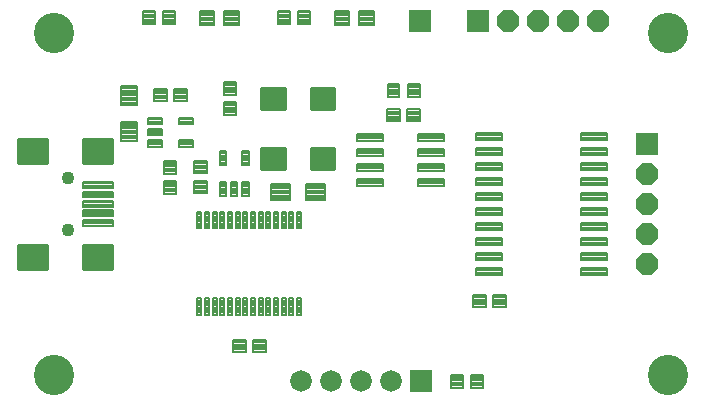
<source format=gts>
G75*
G70*
%OFA0B0*%
%FSLAX24Y24*%
%IPPOS*%
%LPD*%
%AMOC8*
5,1,8,0,0,1.08239X$1,22.5*
%
%ADD10R,0.0720X0.0720*%
%ADD11OC8,0.0720*%
%ADD12C,0.0081*%
%ADD13C,0.0080*%
%ADD14C,0.0087*%
%ADD15C,0.0434*%
%ADD16C,0.0080*%
%ADD17C,0.0082*%
%ADD18C,0.0720*%
%ADD19C,0.0083*%
%ADD20C,0.0082*%
%ADD21C,0.1340*%
D10*
X018205Y008312D03*
X025739Y016218D03*
X020111Y020320D03*
X018174Y020320D03*
D11*
X021111Y020320D03*
X022111Y020320D03*
X023111Y020320D03*
X024111Y020320D03*
X025739Y015218D03*
X025739Y014218D03*
X025739Y013218D03*
X025739Y012218D03*
D12*
X021039Y010790D02*
X020607Y010790D01*
X020607Y011184D01*
X021039Y011184D01*
X021039Y010790D01*
X021039Y010870D02*
X020607Y010870D01*
X020607Y010950D02*
X021039Y010950D01*
X021039Y011030D02*
X020607Y011030D01*
X020607Y011110D02*
X021039Y011110D01*
X020370Y010790D02*
X019938Y010790D01*
X019938Y011184D01*
X020370Y011184D01*
X020370Y010790D01*
X020370Y010870D02*
X019938Y010870D01*
X019938Y010950D02*
X020370Y010950D01*
X020370Y011030D02*
X019938Y011030D01*
X019938Y011110D02*
X020370Y011110D01*
X020280Y008096D02*
X019886Y008096D01*
X019886Y008528D01*
X020280Y008528D01*
X020280Y008096D01*
X020280Y008176D02*
X019886Y008176D01*
X019886Y008256D02*
X020280Y008256D01*
X020280Y008336D02*
X019886Y008336D01*
X019886Y008416D02*
X020280Y008416D01*
X020280Y008496D02*
X019886Y008496D01*
X019611Y008096D02*
X019217Y008096D01*
X019217Y008528D01*
X019611Y008528D01*
X019611Y008096D01*
X019611Y008176D02*
X019217Y008176D01*
X019217Y008256D02*
X019611Y008256D01*
X019611Y008336D02*
X019217Y008336D01*
X019217Y008416D02*
X019611Y008416D01*
X019611Y008496D02*
X019217Y008496D01*
X013036Y009290D02*
X012604Y009290D01*
X012604Y009684D01*
X013036Y009684D01*
X013036Y009290D01*
X013036Y009370D02*
X012604Y009370D01*
X012604Y009450D02*
X013036Y009450D01*
X013036Y009530D02*
X012604Y009530D01*
X012604Y009610D02*
X013036Y009610D01*
X012366Y009290D02*
X011934Y009290D01*
X011934Y009684D01*
X012366Y009684D01*
X012366Y009290D01*
X012366Y009370D02*
X011934Y009370D01*
X011934Y009450D02*
X012366Y009450D01*
X012366Y009530D02*
X011934Y009530D01*
X011934Y009610D02*
X012366Y009610D01*
X011076Y014581D02*
X011076Y014975D01*
X011076Y014581D02*
X010644Y014581D01*
X010644Y014975D01*
X011076Y014975D01*
X011076Y014661D02*
X010644Y014661D01*
X010644Y014741D02*
X011076Y014741D01*
X011076Y014821D02*
X010644Y014821D01*
X010644Y014901D02*
X011076Y014901D01*
X011076Y015250D02*
X011076Y015644D01*
X011076Y015250D02*
X010644Y015250D01*
X010644Y015644D01*
X011076Y015644D01*
X011076Y015330D02*
X010644Y015330D01*
X010644Y015410D02*
X011076Y015410D01*
X011076Y015490D02*
X010644Y015490D01*
X010644Y015570D02*
X011076Y015570D01*
X010057Y015663D02*
X010057Y015231D01*
X009663Y015231D01*
X009663Y015663D01*
X010057Y015663D01*
X010057Y015311D02*
X009663Y015311D01*
X009663Y015391D02*
X010057Y015391D01*
X010057Y015471D02*
X009663Y015471D01*
X009663Y015551D02*
X010057Y015551D01*
X010057Y015631D02*
X009663Y015631D01*
X010057Y014994D02*
X010057Y014562D01*
X009663Y014562D01*
X009663Y014994D01*
X010057Y014994D01*
X010057Y014642D02*
X009663Y014642D01*
X009663Y014722D02*
X010057Y014722D01*
X010057Y014802D02*
X009663Y014802D01*
X009663Y014882D02*
X010057Y014882D01*
X010057Y014962D02*
X009663Y014962D01*
X012057Y017187D02*
X012057Y017619D01*
X012057Y017187D02*
X011663Y017187D01*
X011663Y017619D01*
X012057Y017619D01*
X012057Y017267D02*
X011663Y017267D01*
X011663Y017347D02*
X012057Y017347D01*
X012057Y017427D02*
X011663Y017427D01*
X011663Y017507D02*
X012057Y017507D01*
X012057Y017587D02*
X011663Y017587D01*
X012057Y017856D02*
X012057Y018288D01*
X012057Y017856D02*
X011663Y017856D01*
X011663Y018288D01*
X012057Y018288D01*
X012057Y017936D02*
X011663Y017936D01*
X011663Y018016D02*
X012057Y018016D01*
X012057Y018096D02*
X011663Y018096D01*
X011663Y018176D02*
X012057Y018176D01*
X012057Y018256D02*
X011663Y018256D01*
X010411Y018059D02*
X009979Y018059D01*
X010411Y018059D02*
X010411Y017665D01*
X009979Y017665D01*
X009979Y018059D01*
X009979Y017745D02*
X010411Y017745D01*
X010411Y017825D02*
X009979Y017825D01*
X009979Y017905D02*
X010411Y017905D01*
X010411Y017985D02*
X009979Y017985D01*
X009741Y018059D02*
X009309Y018059D01*
X009741Y018059D02*
X009741Y017665D01*
X009309Y017665D01*
X009309Y018059D01*
X009309Y017745D02*
X009741Y017745D01*
X009741Y017825D02*
X009309Y017825D01*
X009309Y017905D02*
X009741Y017905D01*
X009741Y017985D02*
X009309Y017985D01*
X009347Y020202D02*
X008953Y020202D01*
X008953Y020634D01*
X009347Y020634D01*
X009347Y020202D01*
X009347Y020282D02*
X008953Y020282D01*
X008953Y020362D02*
X009347Y020362D01*
X009347Y020442D02*
X008953Y020442D01*
X008953Y020522D02*
X009347Y020522D01*
X009347Y020602D02*
X008953Y020602D01*
X009623Y020202D02*
X010017Y020202D01*
X009623Y020202D02*
X009623Y020634D01*
X010017Y020634D01*
X010017Y020202D01*
X010017Y020282D02*
X009623Y020282D01*
X009623Y020362D02*
X010017Y020362D01*
X010017Y020442D02*
X009623Y020442D01*
X009623Y020522D02*
X010017Y020522D01*
X010017Y020602D02*
X009623Y020602D01*
X013453Y020202D02*
X013847Y020202D01*
X013453Y020202D02*
X013453Y020634D01*
X013847Y020634D01*
X013847Y020202D01*
X013847Y020282D02*
X013453Y020282D01*
X013453Y020362D02*
X013847Y020362D01*
X013847Y020442D02*
X013453Y020442D01*
X013453Y020522D02*
X013847Y020522D01*
X013847Y020602D02*
X013453Y020602D01*
X014123Y020202D02*
X014517Y020202D01*
X014123Y020202D02*
X014123Y020634D01*
X014517Y020634D01*
X014517Y020202D01*
X014517Y020282D02*
X014123Y020282D01*
X014123Y020362D02*
X014517Y020362D01*
X014517Y020442D02*
X014123Y020442D01*
X014123Y020522D02*
X014517Y020522D01*
X014517Y020602D02*
X014123Y020602D01*
X017101Y017791D02*
X017495Y017791D01*
X017101Y017791D02*
X017101Y018223D01*
X017495Y018223D01*
X017495Y017791D01*
X017495Y017871D02*
X017101Y017871D01*
X017101Y017951D02*
X017495Y017951D01*
X017495Y018031D02*
X017101Y018031D01*
X017101Y018111D02*
X017495Y018111D01*
X017495Y018191D02*
X017101Y018191D01*
X017770Y017791D02*
X018164Y017791D01*
X017770Y017791D02*
X017770Y018223D01*
X018164Y018223D01*
X018164Y017791D01*
X018164Y017871D02*
X017770Y017871D01*
X017770Y017951D02*
X018164Y017951D01*
X018164Y018031D02*
X017770Y018031D01*
X017770Y018111D02*
X018164Y018111D01*
X018164Y018191D02*
X017770Y018191D01*
X017751Y017367D02*
X018183Y017367D01*
X018183Y016973D01*
X017751Y016973D01*
X017751Y017367D01*
X017751Y017053D02*
X018183Y017053D01*
X018183Y017133D02*
X017751Y017133D01*
X017751Y017213D02*
X018183Y017213D01*
X018183Y017293D02*
X017751Y017293D01*
X017514Y017367D02*
X017082Y017367D01*
X017514Y017367D02*
X017514Y016973D01*
X017082Y016973D01*
X017082Y017367D01*
X017082Y017053D02*
X017514Y017053D01*
X017514Y017133D02*
X017082Y017133D01*
X017082Y017213D02*
X017514Y017213D01*
X017514Y017293D02*
X017082Y017293D01*
D13*
X014216Y013952D02*
X014080Y013952D01*
X014216Y013952D02*
X014216Y013402D01*
X014080Y013402D01*
X014080Y013952D01*
X014080Y013481D02*
X014216Y013481D01*
X014216Y013560D02*
X014080Y013560D01*
X014080Y013639D02*
X014216Y013639D01*
X014216Y013718D02*
X014080Y013718D01*
X014080Y013797D02*
X014216Y013797D01*
X014216Y013876D02*
X014080Y013876D01*
X013960Y013952D02*
X013824Y013952D01*
X013960Y013952D02*
X013960Y013402D01*
X013824Y013402D01*
X013824Y013952D01*
X013824Y013481D02*
X013960Y013481D01*
X013960Y013560D02*
X013824Y013560D01*
X013824Y013639D02*
X013960Y013639D01*
X013960Y013718D02*
X013824Y013718D01*
X013824Y013797D02*
X013960Y013797D01*
X013960Y013876D02*
X013824Y013876D01*
X013704Y013952D02*
X013568Y013952D01*
X013704Y013952D02*
X013704Y013402D01*
X013568Y013402D01*
X013568Y013952D01*
X013568Y013481D02*
X013704Y013481D01*
X013704Y013560D02*
X013568Y013560D01*
X013568Y013639D02*
X013704Y013639D01*
X013704Y013718D02*
X013568Y013718D01*
X013568Y013797D02*
X013704Y013797D01*
X013704Y013876D02*
X013568Y013876D01*
X013449Y013952D02*
X013313Y013952D01*
X013449Y013952D02*
X013449Y013402D01*
X013313Y013402D01*
X013313Y013952D01*
X013313Y013481D02*
X013449Y013481D01*
X013449Y013560D02*
X013313Y013560D01*
X013313Y013639D02*
X013449Y013639D01*
X013449Y013718D02*
X013313Y013718D01*
X013313Y013797D02*
X013449Y013797D01*
X013449Y013876D02*
X013313Y013876D01*
X013193Y013952D02*
X013057Y013952D01*
X013193Y013952D02*
X013193Y013402D01*
X013057Y013402D01*
X013057Y013952D01*
X013057Y013481D02*
X013193Y013481D01*
X013193Y013560D02*
X013057Y013560D01*
X013057Y013639D02*
X013193Y013639D01*
X013193Y013718D02*
X013057Y013718D01*
X013057Y013797D02*
X013193Y013797D01*
X013193Y013876D02*
X013057Y013876D01*
X012937Y013952D02*
X012801Y013952D01*
X012937Y013952D02*
X012937Y013402D01*
X012801Y013402D01*
X012801Y013952D01*
X012801Y013481D02*
X012937Y013481D01*
X012937Y013560D02*
X012801Y013560D01*
X012801Y013639D02*
X012937Y013639D01*
X012937Y013718D02*
X012801Y013718D01*
X012801Y013797D02*
X012937Y013797D01*
X012937Y013876D02*
X012801Y013876D01*
X012681Y013952D02*
X012545Y013952D01*
X012681Y013952D02*
X012681Y013402D01*
X012545Y013402D01*
X012545Y013952D01*
X012545Y013481D02*
X012681Y013481D01*
X012681Y013560D02*
X012545Y013560D01*
X012545Y013639D02*
X012681Y013639D01*
X012681Y013718D02*
X012545Y013718D01*
X012545Y013797D02*
X012681Y013797D01*
X012681Y013876D02*
X012545Y013876D01*
X012425Y013952D02*
X012289Y013952D01*
X012425Y013952D02*
X012425Y013402D01*
X012289Y013402D01*
X012289Y013952D01*
X012289Y013481D02*
X012425Y013481D01*
X012425Y013560D02*
X012289Y013560D01*
X012289Y013639D02*
X012425Y013639D01*
X012425Y013718D02*
X012289Y013718D01*
X012289Y013797D02*
X012425Y013797D01*
X012425Y013876D02*
X012289Y013876D01*
X012169Y013952D02*
X012033Y013952D01*
X012169Y013952D02*
X012169Y013402D01*
X012033Y013402D01*
X012033Y013952D01*
X012033Y013481D02*
X012169Y013481D01*
X012169Y013560D02*
X012033Y013560D01*
X012033Y013639D02*
X012169Y013639D01*
X012169Y013718D02*
X012033Y013718D01*
X012033Y013797D02*
X012169Y013797D01*
X012169Y013876D02*
X012033Y013876D01*
X011913Y013952D02*
X011777Y013952D01*
X011913Y013952D02*
X011913Y013402D01*
X011777Y013402D01*
X011777Y013952D01*
X011777Y013481D02*
X011913Y013481D01*
X011913Y013560D02*
X011777Y013560D01*
X011777Y013639D02*
X011913Y013639D01*
X011913Y013718D02*
X011777Y013718D01*
X011777Y013797D02*
X011913Y013797D01*
X011913Y013876D02*
X011777Y013876D01*
X011657Y013952D02*
X011521Y013952D01*
X011657Y013952D02*
X011657Y013402D01*
X011521Y013402D01*
X011521Y013952D01*
X011521Y013481D02*
X011657Y013481D01*
X011657Y013560D02*
X011521Y013560D01*
X011521Y013639D02*
X011657Y013639D01*
X011657Y013718D02*
X011521Y013718D01*
X011521Y013797D02*
X011657Y013797D01*
X011657Y013876D02*
X011521Y013876D01*
X011401Y013952D02*
X011265Y013952D01*
X011401Y013952D02*
X011401Y013402D01*
X011265Y013402D01*
X011265Y013952D01*
X011265Y013481D02*
X011401Y013481D01*
X011401Y013560D02*
X011265Y013560D01*
X011265Y013639D02*
X011401Y013639D01*
X011401Y013718D02*
X011265Y013718D01*
X011265Y013797D02*
X011401Y013797D01*
X011401Y013876D02*
X011265Y013876D01*
X011145Y013952D02*
X011009Y013952D01*
X011145Y013952D02*
X011145Y013402D01*
X011009Y013402D01*
X011009Y013952D01*
X011009Y013481D02*
X011145Y013481D01*
X011145Y013560D02*
X011009Y013560D01*
X011009Y013639D02*
X011145Y013639D01*
X011145Y013718D02*
X011009Y013718D01*
X011009Y013797D02*
X011145Y013797D01*
X011145Y013876D02*
X011009Y013876D01*
X010889Y013952D02*
X010753Y013952D01*
X010889Y013952D02*
X010889Y013402D01*
X010753Y013402D01*
X010753Y013952D01*
X010753Y013481D02*
X010889Y013481D01*
X010889Y013560D02*
X010753Y013560D01*
X010753Y013639D02*
X010889Y013639D01*
X010889Y013718D02*
X010753Y013718D01*
X010753Y013797D02*
X010889Y013797D01*
X010889Y013876D02*
X010753Y013876D01*
X007930Y013805D02*
X006946Y013805D01*
X006946Y014001D01*
X007930Y014001D01*
X007930Y013805D01*
X007930Y013884D02*
X006946Y013884D01*
X006946Y013963D02*
X007930Y013963D01*
X007930Y014120D02*
X006946Y014120D01*
X006946Y014316D01*
X007930Y014316D01*
X007930Y014120D01*
X007930Y014199D02*
X006946Y014199D01*
X006946Y014278D02*
X007930Y014278D01*
X007930Y014435D02*
X006946Y014435D01*
X006946Y014631D01*
X007930Y014631D01*
X007930Y014435D01*
X007930Y014514D02*
X006946Y014514D01*
X006946Y014593D02*
X007930Y014593D01*
X007930Y014750D02*
X006946Y014750D01*
X006946Y014946D01*
X007930Y014946D01*
X007930Y014750D01*
X007930Y014829D02*
X006946Y014829D01*
X006946Y014908D02*
X007930Y014908D01*
X007930Y013490D02*
X006946Y013490D01*
X006946Y013686D01*
X007930Y013686D01*
X007930Y013490D01*
X007930Y013569D02*
X006946Y013569D01*
X006946Y013648D02*
X007930Y013648D01*
X010753Y011073D02*
X010889Y011073D01*
X010889Y010523D01*
X010753Y010523D01*
X010753Y011073D01*
X010753Y010602D02*
X010889Y010602D01*
X010889Y010681D02*
X010753Y010681D01*
X010753Y010760D02*
X010889Y010760D01*
X010889Y010839D02*
X010753Y010839D01*
X010753Y010918D02*
X010889Y010918D01*
X010889Y010997D02*
X010753Y010997D01*
X011009Y011073D02*
X011145Y011073D01*
X011145Y010523D01*
X011009Y010523D01*
X011009Y011073D01*
X011009Y010602D02*
X011145Y010602D01*
X011145Y010681D02*
X011009Y010681D01*
X011009Y010760D02*
X011145Y010760D01*
X011145Y010839D02*
X011009Y010839D01*
X011009Y010918D02*
X011145Y010918D01*
X011145Y010997D02*
X011009Y010997D01*
X011265Y011073D02*
X011401Y011073D01*
X011401Y010523D01*
X011265Y010523D01*
X011265Y011073D01*
X011265Y010602D02*
X011401Y010602D01*
X011401Y010681D02*
X011265Y010681D01*
X011265Y010760D02*
X011401Y010760D01*
X011401Y010839D02*
X011265Y010839D01*
X011265Y010918D02*
X011401Y010918D01*
X011401Y010997D02*
X011265Y010997D01*
X011521Y011073D02*
X011657Y011073D01*
X011657Y010523D01*
X011521Y010523D01*
X011521Y011073D01*
X011521Y010602D02*
X011657Y010602D01*
X011657Y010681D02*
X011521Y010681D01*
X011521Y010760D02*
X011657Y010760D01*
X011657Y010839D02*
X011521Y010839D01*
X011521Y010918D02*
X011657Y010918D01*
X011657Y010997D02*
X011521Y010997D01*
X011777Y011073D02*
X011913Y011073D01*
X011913Y010523D01*
X011777Y010523D01*
X011777Y011073D01*
X011777Y010602D02*
X011913Y010602D01*
X011913Y010681D02*
X011777Y010681D01*
X011777Y010760D02*
X011913Y010760D01*
X011913Y010839D02*
X011777Y010839D01*
X011777Y010918D02*
X011913Y010918D01*
X011913Y010997D02*
X011777Y010997D01*
X012033Y011073D02*
X012169Y011073D01*
X012169Y010523D01*
X012033Y010523D01*
X012033Y011073D01*
X012033Y010602D02*
X012169Y010602D01*
X012169Y010681D02*
X012033Y010681D01*
X012033Y010760D02*
X012169Y010760D01*
X012169Y010839D02*
X012033Y010839D01*
X012033Y010918D02*
X012169Y010918D01*
X012169Y010997D02*
X012033Y010997D01*
X012289Y011073D02*
X012425Y011073D01*
X012425Y010523D01*
X012289Y010523D01*
X012289Y011073D01*
X012289Y010602D02*
X012425Y010602D01*
X012425Y010681D02*
X012289Y010681D01*
X012289Y010760D02*
X012425Y010760D01*
X012425Y010839D02*
X012289Y010839D01*
X012289Y010918D02*
X012425Y010918D01*
X012425Y010997D02*
X012289Y010997D01*
X012545Y011073D02*
X012681Y011073D01*
X012681Y010523D01*
X012545Y010523D01*
X012545Y011073D01*
X012545Y010602D02*
X012681Y010602D01*
X012681Y010681D02*
X012545Y010681D01*
X012545Y010760D02*
X012681Y010760D01*
X012681Y010839D02*
X012545Y010839D01*
X012545Y010918D02*
X012681Y010918D01*
X012681Y010997D02*
X012545Y010997D01*
X012801Y011073D02*
X012937Y011073D01*
X012937Y010523D01*
X012801Y010523D01*
X012801Y011073D01*
X012801Y010602D02*
X012937Y010602D01*
X012937Y010681D02*
X012801Y010681D01*
X012801Y010760D02*
X012937Y010760D01*
X012937Y010839D02*
X012801Y010839D01*
X012801Y010918D02*
X012937Y010918D01*
X012937Y010997D02*
X012801Y010997D01*
X013057Y011073D02*
X013193Y011073D01*
X013193Y010523D01*
X013057Y010523D01*
X013057Y011073D01*
X013057Y010602D02*
X013193Y010602D01*
X013193Y010681D02*
X013057Y010681D01*
X013057Y010760D02*
X013193Y010760D01*
X013193Y010839D02*
X013057Y010839D01*
X013057Y010918D02*
X013193Y010918D01*
X013193Y010997D02*
X013057Y010997D01*
X013313Y011073D02*
X013449Y011073D01*
X013449Y010523D01*
X013313Y010523D01*
X013313Y011073D01*
X013313Y010602D02*
X013449Y010602D01*
X013449Y010681D02*
X013313Y010681D01*
X013313Y010760D02*
X013449Y010760D01*
X013449Y010839D02*
X013313Y010839D01*
X013313Y010918D02*
X013449Y010918D01*
X013449Y010997D02*
X013313Y010997D01*
X013568Y011073D02*
X013704Y011073D01*
X013704Y010523D01*
X013568Y010523D01*
X013568Y011073D01*
X013568Y010602D02*
X013704Y010602D01*
X013704Y010681D02*
X013568Y010681D01*
X013568Y010760D02*
X013704Y010760D01*
X013704Y010839D02*
X013568Y010839D01*
X013568Y010918D02*
X013704Y010918D01*
X013704Y010997D02*
X013568Y010997D01*
X013824Y011073D02*
X013960Y011073D01*
X013960Y010523D01*
X013824Y010523D01*
X013824Y011073D01*
X013824Y010602D02*
X013960Y010602D01*
X013960Y010681D02*
X013824Y010681D01*
X013824Y010760D02*
X013960Y010760D01*
X013960Y010839D02*
X013824Y010839D01*
X013824Y010918D02*
X013960Y010918D01*
X013960Y010997D02*
X013824Y010997D01*
X014080Y011073D02*
X014216Y011073D01*
X014216Y010523D01*
X014080Y010523D01*
X014080Y011073D01*
X014080Y010602D02*
X014216Y010602D01*
X014216Y010681D02*
X014080Y010681D01*
X014080Y010760D02*
X014216Y010760D01*
X014216Y010839D02*
X014080Y010839D01*
X014080Y010918D02*
X014216Y010918D01*
X014216Y010997D02*
X014080Y010997D01*
D14*
X012893Y015386D02*
X012893Y016088D01*
X013673Y016088D01*
X013673Y015386D01*
X012893Y015386D01*
X012893Y015472D02*
X013673Y015472D01*
X013673Y015558D02*
X012893Y015558D01*
X012893Y015644D02*
X013673Y015644D01*
X013673Y015730D02*
X012893Y015730D01*
X012893Y015816D02*
X013673Y015816D01*
X013673Y015902D02*
X012893Y015902D01*
X012893Y015988D02*
X013673Y015988D01*
X013673Y016074D02*
X012893Y016074D01*
X012893Y017386D02*
X012893Y018088D01*
X013673Y018088D01*
X013673Y017386D01*
X012893Y017386D01*
X012893Y017472D02*
X013673Y017472D01*
X013673Y017558D02*
X012893Y017558D01*
X012893Y017644D02*
X013673Y017644D01*
X013673Y017730D02*
X012893Y017730D01*
X012893Y017816D02*
X013673Y017816D01*
X013673Y017902D02*
X012893Y017902D01*
X012893Y017988D02*
X013673Y017988D01*
X013673Y018074D02*
X012893Y018074D01*
X014547Y018088D02*
X014547Y017386D01*
X014547Y018088D02*
X015327Y018088D01*
X015327Y017386D01*
X014547Y017386D01*
X014547Y017472D02*
X015327Y017472D01*
X015327Y017558D02*
X014547Y017558D01*
X014547Y017644D02*
X015327Y017644D01*
X015327Y017730D02*
X014547Y017730D01*
X014547Y017816D02*
X015327Y017816D01*
X015327Y017902D02*
X014547Y017902D01*
X014547Y017988D02*
X015327Y017988D01*
X015327Y018074D02*
X014547Y018074D01*
X014547Y016088D02*
X014547Y015386D01*
X014547Y016088D02*
X015327Y016088D01*
X015327Y015386D01*
X014547Y015386D01*
X014547Y015472D02*
X015327Y015472D01*
X015327Y015558D02*
X014547Y015558D01*
X014547Y015644D02*
X015327Y015644D01*
X015327Y015730D02*
X014547Y015730D01*
X014547Y015816D02*
X015327Y015816D01*
X015327Y015902D02*
X014547Y015902D01*
X014547Y015988D02*
X015327Y015988D01*
X015327Y016074D02*
X014547Y016074D01*
X007927Y015599D02*
X006949Y015599D01*
X006949Y016379D01*
X007927Y016379D01*
X007927Y015599D01*
X007927Y015685D02*
X006949Y015685D01*
X006949Y015771D02*
X007927Y015771D01*
X007927Y015857D02*
X006949Y015857D01*
X006949Y015943D02*
X007927Y015943D01*
X007927Y016029D02*
X006949Y016029D01*
X006949Y016115D02*
X007927Y016115D01*
X007927Y016201D02*
X006949Y016201D01*
X006949Y016287D02*
X007927Y016287D01*
X007927Y016373D02*
X006949Y016373D01*
X005761Y015599D02*
X004783Y015599D01*
X004783Y016379D01*
X005761Y016379D01*
X005761Y015599D01*
X005761Y015685D02*
X004783Y015685D01*
X004783Y015771D02*
X005761Y015771D01*
X005761Y015857D02*
X004783Y015857D01*
X004783Y015943D02*
X005761Y015943D01*
X005761Y016029D02*
X004783Y016029D01*
X004783Y016115D02*
X005761Y016115D01*
X005761Y016201D02*
X004783Y016201D01*
X004783Y016287D02*
X005761Y016287D01*
X005761Y016373D02*
X004783Y016373D01*
X004783Y012056D02*
X005761Y012056D01*
X004783Y012056D02*
X004783Y012836D01*
X005761Y012836D01*
X005761Y012056D01*
X005761Y012142D02*
X004783Y012142D01*
X004783Y012228D02*
X005761Y012228D01*
X005761Y012314D02*
X004783Y012314D01*
X004783Y012400D02*
X005761Y012400D01*
X005761Y012486D02*
X004783Y012486D01*
X004783Y012572D02*
X005761Y012572D01*
X005761Y012658D02*
X004783Y012658D01*
X004783Y012744D02*
X005761Y012744D01*
X005761Y012830D02*
X004783Y012830D01*
X006949Y012056D02*
X007927Y012056D01*
X006949Y012056D02*
X006949Y012836D01*
X007927Y012836D01*
X007927Y012056D01*
X007927Y012142D02*
X006949Y012142D01*
X006949Y012228D02*
X007927Y012228D01*
X007927Y012314D02*
X006949Y012314D01*
X006949Y012400D02*
X007927Y012400D01*
X007927Y012486D02*
X006949Y012486D01*
X006949Y012572D02*
X007927Y012572D01*
X007927Y012658D02*
X006949Y012658D01*
X006949Y012744D02*
X007927Y012744D01*
X007927Y012830D02*
X006949Y012830D01*
D15*
X006453Y013351D03*
X006453Y015084D03*
D16*
X009112Y016130D02*
X009112Y016346D01*
X009584Y016346D01*
X009584Y016130D01*
X009112Y016130D01*
X009112Y016209D02*
X009584Y016209D01*
X009584Y016288D02*
X009112Y016288D01*
X009112Y016504D02*
X009112Y016720D01*
X009584Y016720D01*
X009584Y016504D01*
X009112Y016504D01*
X009112Y016583D02*
X009584Y016583D01*
X009584Y016662D02*
X009112Y016662D01*
X009112Y016878D02*
X009112Y017094D01*
X009584Y017094D01*
X009584Y016878D01*
X009112Y016878D01*
X009112Y016957D02*
X009584Y016957D01*
X009584Y017036D02*
X009112Y017036D01*
X010136Y017094D02*
X010136Y016878D01*
X010136Y017094D02*
X010608Y017094D01*
X010608Y016878D01*
X010136Y016878D01*
X010136Y016957D02*
X010608Y016957D01*
X010608Y017036D02*
X010136Y017036D01*
X010136Y016346D02*
X010136Y016130D01*
X010136Y016346D02*
X010608Y016346D01*
X010608Y016130D01*
X010136Y016130D01*
X010136Y016209D02*
X010608Y016209D01*
X010608Y016288D02*
X010136Y016288D01*
X011503Y015513D02*
X011719Y015513D01*
X011503Y015513D02*
X011503Y015985D01*
X011719Y015985D01*
X011719Y015513D01*
X011719Y015592D02*
X011503Y015592D01*
X011503Y015671D02*
X011719Y015671D01*
X011719Y015750D02*
X011503Y015750D01*
X011503Y015829D02*
X011719Y015829D01*
X011719Y015908D02*
X011503Y015908D01*
X012251Y015513D02*
X012467Y015513D01*
X012251Y015513D02*
X012251Y015985D01*
X012467Y015985D01*
X012467Y015513D01*
X012467Y015592D02*
X012251Y015592D01*
X012251Y015671D02*
X012467Y015671D01*
X012467Y015750D02*
X012251Y015750D01*
X012251Y015829D02*
X012467Y015829D01*
X012467Y015908D02*
X012251Y015908D01*
X012251Y014490D02*
X012467Y014490D01*
X012251Y014490D02*
X012251Y014962D01*
X012467Y014962D01*
X012467Y014490D01*
X012467Y014569D02*
X012251Y014569D01*
X012251Y014648D02*
X012467Y014648D01*
X012467Y014727D02*
X012251Y014727D01*
X012251Y014806D02*
X012467Y014806D01*
X012467Y014885D02*
X012251Y014885D01*
X012093Y014490D02*
X011877Y014490D01*
X011877Y014962D01*
X012093Y014962D01*
X012093Y014490D01*
X012093Y014569D02*
X011877Y014569D01*
X011877Y014648D02*
X012093Y014648D01*
X012093Y014727D02*
X011877Y014727D01*
X011877Y014806D02*
X012093Y014806D01*
X012093Y014885D02*
X011877Y014885D01*
X011719Y014490D02*
X011503Y014490D01*
X011503Y014962D01*
X011719Y014962D01*
X011719Y014490D01*
X011719Y014569D02*
X011503Y014569D01*
X011503Y014648D02*
X011719Y014648D01*
X011719Y014727D02*
X011503Y014727D01*
X011503Y014806D02*
X011719Y014806D01*
X011719Y014885D02*
X011503Y014885D01*
D17*
X013205Y014338D02*
X013833Y014338D01*
X013205Y014338D02*
X013205Y014886D01*
X013833Y014886D01*
X013833Y014338D01*
X013833Y014419D02*
X013205Y014419D01*
X013205Y014500D02*
X013833Y014500D01*
X013833Y014581D02*
X013205Y014581D01*
X013205Y014662D02*
X013833Y014662D01*
X013833Y014743D02*
X013205Y014743D01*
X013205Y014824D02*
X013833Y014824D01*
X014386Y014886D02*
X015014Y014886D01*
X015014Y014338D01*
X014386Y014338D01*
X014386Y014886D01*
X014386Y014419D02*
X015014Y014419D01*
X015014Y014500D02*
X014386Y014500D01*
X014386Y014581D02*
X015014Y014581D01*
X015014Y014662D02*
X014386Y014662D01*
X014386Y014743D02*
X015014Y014743D01*
X015014Y014824D02*
X014386Y014824D01*
X008759Y016333D02*
X008759Y016961D01*
X008759Y016333D02*
X008211Y016333D01*
X008211Y016961D01*
X008759Y016961D01*
X008759Y016414D02*
X008211Y016414D01*
X008211Y016495D02*
X008759Y016495D01*
X008759Y016576D02*
X008211Y016576D01*
X008211Y016657D02*
X008759Y016657D01*
X008759Y016738D02*
X008211Y016738D01*
X008211Y016819D02*
X008759Y016819D01*
X008759Y016900D02*
X008211Y016900D01*
X008211Y017514D02*
X008211Y018142D01*
X008759Y018142D01*
X008759Y017514D01*
X008211Y017514D01*
X008211Y017595D02*
X008759Y017595D01*
X008759Y017676D02*
X008211Y017676D01*
X008211Y017757D02*
X008759Y017757D01*
X008759Y017838D02*
X008211Y017838D01*
X008211Y017919D02*
X008759Y017919D01*
X008759Y018000D02*
X008211Y018000D01*
X008211Y018081D02*
X008759Y018081D01*
D18*
X014205Y008312D03*
X015205Y008312D03*
X016205Y008312D03*
X017205Y008312D03*
D19*
X016163Y020183D02*
X016163Y020653D01*
X016633Y020653D01*
X016633Y020183D01*
X016163Y020183D01*
X016163Y020265D02*
X016633Y020265D01*
X016633Y020347D02*
X016163Y020347D01*
X016163Y020429D02*
X016633Y020429D01*
X016633Y020511D02*
X016163Y020511D01*
X016163Y020593D02*
X016633Y020593D01*
X015336Y020653D02*
X015336Y020183D01*
X015336Y020653D02*
X015806Y020653D01*
X015806Y020183D01*
X015336Y020183D01*
X015336Y020265D02*
X015806Y020265D01*
X015806Y020347D02*
X015336Y020347D01*
X015336Y020429D02*
X015806Y020429D01*
X015806Y020511D02*
X015336Y020511D01*
X015336Y020593D02*
X015806Y020593D01*
X011663Y020653D02*
X011663Y020183D01*
X011663Y020653D02*
X012133Y020653D01*
X012133Y020183D01*
X011663Y020183D01*
X011663Y020265D02*
X012133Y020265D01*
X012133Y020347D02*
X011663Y020347D01*
X011663Y020429D02*
X012133Y020429D01*
X012133Y020511D02*
X011663Y020511D01*
X011663Y020593D02*
X012133Y020593D01*
X010836Y020653D02*
X010836Y020183D01*
X010836Y020653D02*
X011306Y020653D01*
X011306Y020183D01*
X010836Y020183D01*
X010836Y020265D02*
X011306Y020265D01*
X011306Y020347D02*
X010836Y020347D01*
X010836Y020429D02*
X011306Y020429D01*
X011306Y020511D02*
X010836Y020511D01*
X010836Y020593D02*
X011306Y020593D01*
D20*
X016078Y016561D02*
X016078Y016327D01*
X016078Y016561D02*
X016942Y016561D01*
X016942Y016327D01*
X016078Y016327D01*
X016078Y016408D02*
X016942Y016408D01*
X016942Y016489D02*
X016078Y016489D01*
X016078Y016061D02*
X016078Y015827D01*
X016078Y016061D02*
X016942Y016061D01*
X016942Y015827D01*
X016078Y015827D01*
X016078Y015908D02*
X016942Y015908D01*
X016942Y015989D02*
X016078Y015989D01*
X016078Y015561D02*
X016078Y015327D01*
X016078Y015561D02*
X016942Y015561D01*
X016942Y015327D01*
X016078Y015327D01*
X016078Y015408D02*
X016942Y015408D01*
X016942Y015489D02*
X016078Y015489D01*
X016078Y015061D02*
X016078Y014827D01*
X016078Y015061D02*
X016942Y015061D01*
X016942Y014827D01*
X016078Y014827D01*
X016078Y014908D02*
X016942Y014908D01*
X016942Y014989D02*
X016078Y014989D01*
X018126Y015061D02*
X018126Y014827D01*
X018126Y015061D02*
X018990Y015061D01*
X018990Y014827D01*
X018126Y014827D01*
X018126Y014908D02*
X018990Y014908D01*
X018990Y014989D02*
X018126Y014989D01*
X018126Y015327D02*
X018126Y015561D01*
X018990Y015561D01*
X018990Y015327D01*
X018126Y015327D01*
X018126Y015408D02*
X018990Y015408D01*
X018990Y015489D02*
X018126Y015489D01*
X018126Y015827D02*
X018126Y016061D01*
X018990Y016061D01*
X018990Y015827D01*
X018126Y015827D01*
X018126Y015908D02*
X018990Y015908D01*
X018990Y015989D02*
X018126Y015989D01*
X018126Y016327D02*
X018126Y016561D01*
X018990Y016561D01*
X018990Y016327D01*
X018126Y016327D01*
X018126Y016408D02*
X018990Y016408D01*
X018990Y016489D02*
X018126Y016489D01*
X020057Y016351D02*
X020921Y016351D01*
X020057Y016351D02*
X020057Y016585D01*
X020921Y016585D01*
X020921Y016351D01*
X020921Y016432D02*
X020057Y016432D01*
X020057Y016513D02*
X020921Y016513D01*
X020921Y015851D02*
X020057Y015851D01*
X020057Y016085D01*
X020921Y016085D01*
X020921Y015851D01*
X020921Y015932D02*
X020057Y015932D01*
X020057Y016013D02*
X020921Y016013D01*
X020921Y015585D02*
X020057Y015585D01*
X020921Y015585D02*
X020921Y015351D01*
X020057Y015351D01*
X020057Y015585D01*
X020057Y015432D02*
X020921Y015432D01*
X020921Y015513D02*
X020057Y015513D01*
X020057Y015085D02*
X020921Y015085D01*
X020921Y014851D01*
X020057Y014851D01*
X020057Y015085D01*
X020057Y014932D02*
X020921Y014932D01*
X020921Y015013D02*
X020057Y015013D01*
X020057Y014585D02*
X020921Y014585D01*
X020921Y014351D01*
X020057Y014351D01*
X020057Y014585D01*
X020057Y014432D02*
X020921Y014432D01*
X020921Y014513D02*
X020057Y014513D01*
X020057Y014085D02*
X020921Y014085D01*
X020921Y013851D01*
X020057Y013851D01*
X020057Y014085D01*
X020057Y013932D02*
X020921Y013932D01*
X020921Y014013D02*
X020057Y014013D01*
X020057Y013585D02*
X020921Y013585D01*
X020921Y013351D01*
X020057Y013351D01*
X020057Y013585D01*
X020057Y013432D02*
X020921Y013432D01*
X020921Y013513D02*
X020057Y013513D01*
X020057Y013085D02*
X020921Y013085D01*
X020921Y012851D01*
X020057Y012851D01*
X020057Y013085D01*
X020057Y012932D02*
X020921Y012932D01*
X020921Y013013D02*
X020057Y013013D01*
X020057Y012585D02*
X020921Y012585D01*
X020921Y012351D01*
X020057Y012351D01*
X020057Y012585D01*
X020057Y012432D02*
X020921Y012432D01*
X020921Y012513D02*
X020057Y012513D01*
X020057Y012085D02*
X020921Y012085D01*
X020921Y011851D01*
X020057Y011851D01*
X020057Y012085D01*
X020057Y011932D02*
X020921Y011932D01*
X020921Y012013D02*
X020057Y012013D01*
X023557Y012085D02*
X024421Y012085D01*
X024421Y011851D01*
X023557Y011851D01*
X023557Y012085D01*
X023557Y011932D02*
X024421Y011932D01*
X024421Y012013D02*
X023557Y012013D01*
X023557Y012585D02*
X024421Y012585D01*
X024421Y012351D01*
X023557Y012351D01*
X023557Y012585D01*
X023557Y012432D02*
X024421Y012432D01*
X024421Y012513D02*
X023557Y012513D01*
X023557Y013085D02*
X024421Y013085D01*
X024421Y012851D01*
X023557Y012851D01*
X023557Y013085D01*
X023557Y012932D02*
X024421Y012932D01*
X024421Y013013D02*
X023557Y013013D01*
X023557Y013585D02*
X024421Y013585D01*
X024421Y013351D01*
X023557Y013351D01*
X023557Y013585D01*
X023557Y013432D02*
X024421Y013432D01*
X024421Y013513D02*
X023557Y013513D01*
X023557Y014085D02*
X024421Y014085D01*
X024421Y013851D01*
X023557Y013851D01*
X023557Y014085D01*
X023557Y013932D02*
X024421Y013932D01*
X024421Y014013D02*
X023557Y014013D01*
X023557Y014585D02*
X024421Y014585D01*
X024421Y014351D01*
X023557Y014351D01*
X023557Y014585D01*
X023557Y014432D02*
X024421Y014432D01*
X024421Y014513D02*
X023557Y014513D01*
X023557Y015085D02*
X024421Y015085D01*
X024421Y014851D01*
X023557Y014851D01*
X023557Y015085D01*
X023557Y014932D02*
X024421Y014932D01*
X024421Y015013D02*
X023557Y015013D01*
X023557Y015585D02*
X024421Y015585D01*
X024421Y015351D01*
X023557Y015351D01*
X023557Y015585D01*
X023557Y015432D02*
X024421Y015432D01*
X024421Y015513D02*
X023557Y015513D01*
X023557Y016085D02*
X024421Y016085D01*
X024421Y015851D01*
X023557Y015851D01*
X023557Y016085D01*
X023557Y015932D02*
X024421Y015932D01*
X024421Y016013D02*
X023557Y016013D01*
X023557Y016585D02*
X024421Y016585D01*
X024421Y016351D01*
X023557Y016351D01*
X023557Y016585D01*
X023557Y016432D02*
X024421Y016432D01*
X024421Y016513D02*
X023557Y016513D01*
D21*
X005969Y008509D03*
X005969Y019926D03*
X026442Y019926D03*
X026442Y008509D03*
M02*

</source>
